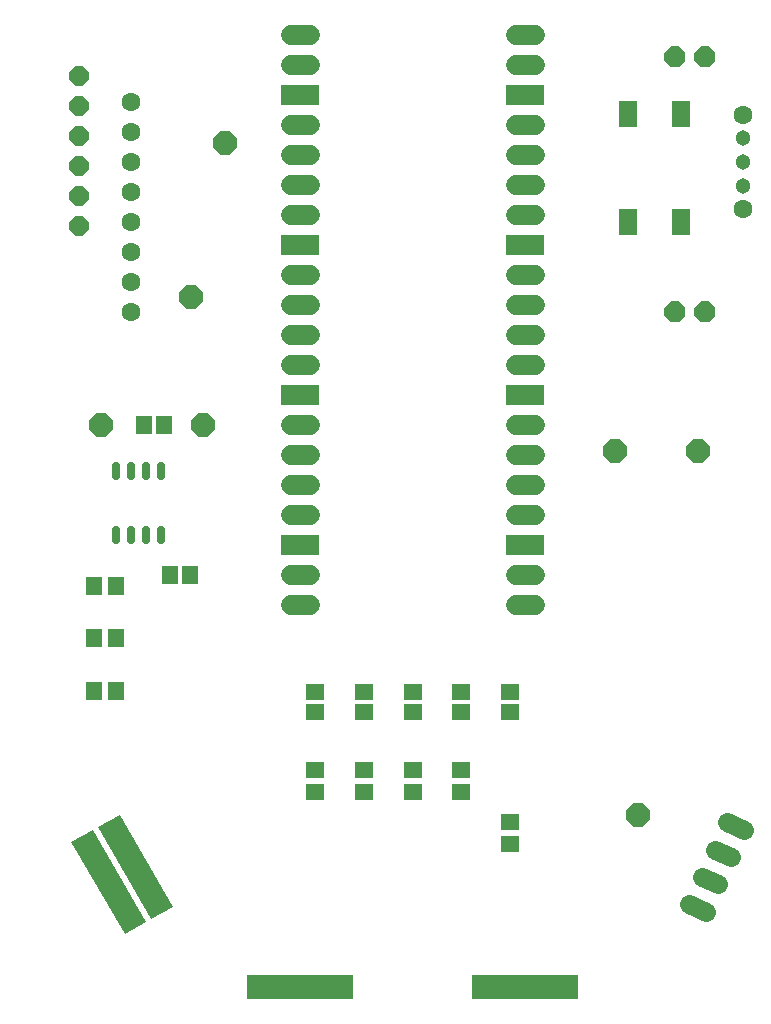
<source format=gbr>
G04 EAGLE Gerber X2 export*
G75*
%MOMM*%
%FSLAX34Y34*%
%LPD*%
%AMOC8*
5,1,8,0,0,1.08239X$1,22.5*%
G01*
%ADD10R,8.991600X2.133600*%
%ADD11R,1.501600X2.201600*%
%ADD12P,1.924489X8X202.500000*%
%ADD13C,1.601600*%
%ADD14C,1.301600*%
%ADD15P,2.199416X8X22.500000*%
%ADD16P,2.199416X8X202.500000*%
%ADD17C,1.625600*%
%ADD18C,1.701600*%
%ADD19R,3.301600X1.701600*%
%ADD20P,1.759533X8X22.500000*%
%ADD21C,0.701600*%
%ADD22R,1.601600X1.401600*%
%ADD23R,1.401600X1.601600*%


D10*
X-95250Y-533400D03*
X95250Y-533400D03*
G36*
X-248190Y-387532D02*
X-203233Y-465400D01*
X-221710Y-476068D01*
X-266667Y-398200D01*
X-248190Y-387532D01*
G37*
G36*
X-270415Y-400232D02*
X-225458Y-478100D01*
X-243935Y-488768D01*
X-288892Y-410900D01*
X-270415Y-400232D01*
G37*
D11*
X181970Y114520D03*
X226970Y114520D03*
X226970Y205520D03*
X181970Y205520D03*
D12*
X247650Y38100D03*
X222250Y38100D03*
X247650Y254000D03*
X222250Y254000D03*
D13*
X279400Y125100D03*
X279400Y205100D03*
D14*
X279400Y145100D03*
X279400Y165100D03*
X279400Y185100D03*
D15*
X171450Y-79375D03*
D16*
X241300Y-79375D03*
D13*
X-238200Y215900D03*
X-238200Y190500D03*
X-238200Y165100D03*
X-238200Y139700D03*
X-238200Y114300D03*
X-238200Y88900D03*
X-238200Y63500D03*
X-238200Y38100D03*
D15*
X-177800Y-57150D03*
X190500Y-387350D03*
D17*
X234167Y-463110D02*
X247979Y-469551D01*
X258714Y-446530D02*
X244902Y-440090D01*
X255636Y-417070D02*
X269448Y-423510D01*
X280183Y-400490D02*
X266371Y-394049D01*
D18*
X-87250Y273050D02*
X-103250Y273050D01*
X-103250Y247650D02*
X-87250Y247650D01*
D19*
X-95250Y222250D03*
D18*
X-87250Y196850D02*
X-103250Y196850D01*
X-103250Y171450D02*
X-87250Y171450D01*
X-87250Y146050D02*
X-103250Y146050D01*
X-103250Y120650D02*
X-87250Y120650D01*
D19*
X-95250Y95250D03*
D18*
X-87250Y69850D02*
X-103250Y69850D01*
X-103250Y44450D02*
X-87250Y44450D01*
X-87250Y19050D02*
X-103250Y19050D01*
X-103250Y-6350D02*
X-87250Y-6350D01*
D19*
X-95250Y-31750D03*
D18*
X-87250Y-57150D02*
X-103250Y-57150D01*
X-103250Y-82550D02*
X-87250Y-82550D01*
X-87250Y-107950D02*
X-103250Y-107950D01*
X-103250Y-133350D02*
X-87250Y-133350D01*
D19*
X-95250Y-158750D03*
D18*
X-87250Y-184150D02*
X-103250Y-184150D01*
X-103250Y-209550D02*
X-87250Y-209550D01*
X87250Y-209550D02*
X103250Y-209550D01*
X103250Y-184150D02*
X87250Y-184150D01*
D19*
X95250Y-158750D03*
D18*
X103250Y-133350D02*
X87250Y-133350D01*
X87250Y-107950D02*
X103250Y-107950D01*
X103250Y-82550D02*
X87250Y-82550D01*
X87250Y-57150D02*
X103250Y-57150D01*
D19*
X95250Y-31750D03*
D18*
X103250Y-6350D02*
X87250Y-6350D01*
X87250Y19050D02*
X103250Y19050D01*
X103250Y44450D02*
X87250Y44450D01*
X87250Y69850D02*
X103250Y69850D01*
D19*
X95250Y95250D03*
D18*
X103250Y120650D02*
X87250Y120650D01*
X87250Y146050D02*
X103250Y146050D01*
X103250Y171450D02*
X87250Y171450D01*
X87250Y196850D02*
X103250Y196850D01*
D19*
X95250Y222250D03*
D18*
X103250Y247650D02*
X87250Y247650D01*
X87250Y273050D02*
X103250Y273050D01*
D20*
X-282575Y238125D03*
X-282575Y212725D03*
X-282575Y187325D03*
X-282575Y161925D03*
X-282575Y136525D03*
X-282575Y111125D03*
D21*
X-212725Y-146575D02*
X-212725Y-155075D01*
X-225425Y-155075D02*
X-225425Y-146575D01*
X-238125Y-146575D02*
X-238125Y-155075D01*
X-250825Y-155075D02*
X-250825Y-146575D01*
X-250825Y-101075D02*
X-250825Y-92575D01*
X-238125Y-92575D02*
X-238125Y-101075D01*
X-225425Y-101075D02*
X-225425Y-92575D01*
X-212725Y-92575D02*
X-212725Y-101075D01*
D15*
X-263525Y-57150D03*
D22*
X0Y-283600D03*
X0Y-300600D03*
D23*
X-269850Y-282575D03*
X-250850Y-282575D03*
X-250850Y-238125D03*
X-269850Y-238125D03*
X-250850Y-193675D03*
X-269850Y-193675D03*
X-227575Y-57150D03*
X-210575Y-57150D03*
X-205350Y-184150D03*
X-188350Y-184150D03*
D22*
X41275Y-283600D03*
X41275Y-300600D03*
X82550Y-283600D03*
X82550Y-300600D03*
X-41275Y-283600D03*
X-41275Y-300600D03*
X82550Y-393725D03*
X82550Y-412725D03*
X-41275Y-368275D03*
X-41275Y-349275D03*
X41275Y-368275D03*
X41275Y-349275D03*
X0Y-368275D03*
X0Y-349275D03*
X-82550Y-283600D03*
X-82550Y-300600D03*
X-82550Y-368275D03*
X-82550Y-349275D03*
D15*
X-158750Y180975D03*
D16*
X-187325Y50800D03*
M02*

</source>
